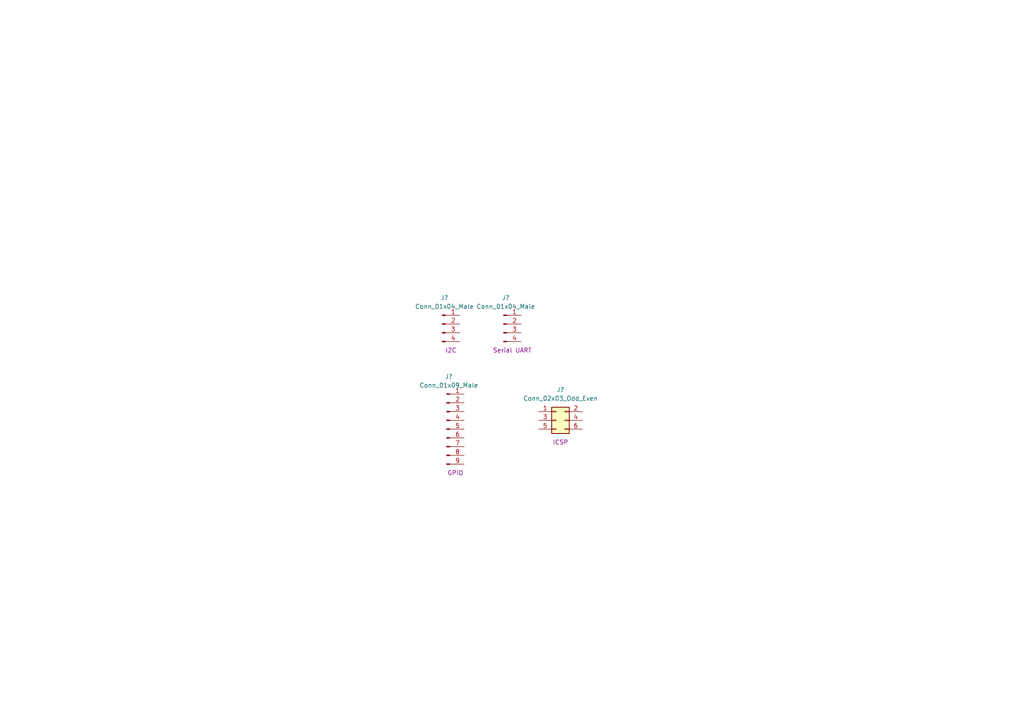
<source format=kicad_sch>
(kicad_sch (version 20211123) (generator eeschema)
  (paper "A4")
  (lib_symbols
    (symbol "Connector:Conn_01x04_Male" (pin_names (offset 1.016) hide)
      (property "Reference" "J" (at 0 5.08 0))
      (property "Value" "Conn_01x04_Male" (at 0 -7.62 0))
      (symbol "Conn_01x04_Male_1_1"
        (polyline (pts (xy 1.27 -5.08) (xy 0.8636 -5.08)) (stroke (width 0.1524)))
        (polyline (pts (xy 1.27 -2.54) (xy 0.8636 -2.54)) (stroke (width 0.1524)))
        (polyline (pts (xy 1.27 0) (xy 0.8636 0)) (stroke (width 0.1524)))
        (polyline (pts (xy 1.27 2.54) (xy 0.8636 2.54)) (stroke (width 0.1524)))
        (rectangle (start 0.8636 -4.953) (end 0 -5.207) (stroke (width 0.1524)) (fill (type outline)))
        (rectangle (start 0.8636 -2.413) (end 0 -2.667) (stroke (width 0.1524)) (fill (type outline)))
        (rectangle (start 0.8636 0.127) (end 0 -0.127) (stroke (width 0.1524)) (fill (type outline)))
        (rectangle (start 0.8636 2.667) (end 0 2.413) (stroke (width 0.1524)) (fill (type outline)))
        (pin passive line (at 5.08 2.54 180) (length 3.81) (name "Pin_1") (number "1"))
        (pin passive line (at 5.08 0 180) (length 3.81) (name "Pin_2") (number "2"))
        (pin passive line (at 5.08 -2.54 180) (length 3.81) (name "Pin_3") (number "3"))
        (pin passive line (at 5.08 -5.08 180) (length 3.81) (name "Pin_4") (number "4"))
      )
    )
    (symbol "Connector:Conn_01x09_Male" (pin_names (offset 1.016) hide)
      (property "Reference" "J" (at 0 12.7 0))
      (property "Value" "Conn_01x09_Male" (at 0 -12.7 0))
      (symbol "Conn_01x09_Male_1_1"
        (polyline (pts (xy 1.27 -10.16) (xy 0.8636 -10.16)) (stroke (width 0.1524)))
        (polyline (pts (xy 1.27 -7.62) (xy 0.8636 -7.62)) (stroke (width 0.1524)))
        (polyline (pts (xy 1.27 -5.08) (xy 0.8636 -5.08)) (stroke (width 0.1524)))
        (polyline (pts (xy 1.27 -2.54) (xy 0.8636 -2.54)) (stroke (width 0.1524)))
        (polyline (pts (xy 1.27 0) (xy 0.8636 0)) (stroke (width 0.1524)))
        (polyline (pts (xy 1.27 2.54) (xy 0.8636 2.54)) (stroke (width 0.1524)))
        (polyline (pts (xy 1.27 5.08) (xy 0.8636 5.08)) (stroke (width 0.1524)))
        (polyline (pts (xy 1.27 7.62) (xy 0.8636 7.62)) (stroke (width 0.1524)))
        (polyline (pts (xy 1.27 10.16) (xy 0.8636 10.16)) (stroke (width 0.1524)))
        (rectangle (start 0.8636 -10.033) (end 0 -10.287) (stroke (width 0.1524)) (fill (type outline)))
        (rectangle (start 0.8636 -7.493) (end 0 -7.747) (stroke (width 0.1524)) (fill (type outline)))
        (rectangle (start 0.8636 -4.953) (end 0 -5.207) (stroke (width 0.1524)) (fill (type outline)))
        (rectangle (start 0.8636 -2.413) (end 0 -2.667) (stroke (width 0.1524)) (fill (type outline)))
        (rectangle (start 0.8636 0.127) (end 0 -0.127) (stroke (width 0.1524)) (fill (type outline)))
        (rectangle (start 0.8636 2.667) (end 0 2.413) (stroke (width 0.1524)) (fill (type outline)))
        (rectangle (start 0.8636 5.207) (end 0 4.953) (stroke (width 0.1524)) (fill (type outline)))
        (rectangle (start 0.8636 7.747) (end 0 7.493) (stroke (width 0.1524)) (fill (type outline)))
        (rectangle (start 0.8636 10.287) (end 0 10.033) (stroke (width 0.1524)) (fill (type outline)))
        (pin passive line (at 5.08 10.16 180) (length 3.81) (name "Pin_1") (number "1"))
        (pin passive line (at 5.08 7.62 180) (length 3.81) (name "Pin_2") (number "2"))
        (pin passive line (at 5.08 5.08 180) (length 3.81) (name "Pin_3") (number "3"))
        (pin passive line (at 5.08 2.54 180) (length 3.81) (name "Pin_4") (number "4"))
        (pin passive line (at 5.08 0 180) (length 3.81) (name "Pin_5") (number "5"))
        (pin passive line (at 5.08 -2.54 180) (length 3.81) (name "Pin_6") (number "6"))
        (pin passive line (at 5.08 -5.08 180) (length 3.81) (name "Pin_7") (number "7"))
        (pin passive line (at 5.08 -7.62 180) (length 3.81) (name "Pin_8") (number "8"))
        (pin passive line (at 5.08 -10.16 180) (length 3.81) (name "Pin_9") (number "9"))
      )
    )
    (symbol "Connector_Generic:Conn_02x03_Odd_Even" (pin_names (offset 1.016) hide)
      (property "Reference" "J" (at 1.27 5.08 0))
      (property "Value" "Conn_02x03_Odd_Even" (at 1.27 -5.08 0))
      (symbol "Conn_02x03_Odd_Even_1_1"
        (rectangle (start -1.27 -2.413) (end 0 -2.667) (stroke (width 0.1524)))
        (rectangle (start -1.27 0.127) (end 0 -0.127) (stroke (width 0.1524)))
        (rectangle (start -1.27 2.667) (end 0 2.413) (stroke (width 0.1524)))
        (rectangle (start -1.27 3.81) (end 3.81 -3.81) (stroke (width 0.254)) (fill (type background)))
        (rectangle (start 3.81 -2.413) (end 2.54 -2.667) (stroke (width 0.1524)))
        (rectangle (start 3.81 0.127) (end 2.54 -0.127) (stroke (width 0.1524)))
        (rectangle (start 3.81 2.667) (end 2.54 2.413) (stroke (width 0.1524)))
        (pin passive line (at -5.08 2.54 0) (length 3.81) (name "Pin_1") (number "1"))
        (pin passive line (at 7.62 2.54 180) (length 3.81) (name "Pin_2") (number "2"))
        (pin passive line (at -5.08 0 0) (length 3.81) (name "Pin_3") (number "3"))
        (pin passive line (at 7.62 0 180) (length 3.81) (name "Pin_4") (number "4"))
        (pin passive line (at -5.08 -2.54 0) (length 3.81) (name "Pin_5") (number "5"))
        (pin passive line (at 7.62 -2.54 180) (length 3.81) (name "Pin_6") (number "6"))
      )
    )
  )
  (symbol (lib_id "Connector_Generic:Conn_02x03_Odd_Even") (at 161.29 121.92 0) (unit 1)
    (property "Reference" "J?" (at 162.56 113.03 0))
    (property "Value" "Conn_02x03_Odd_Even" (at 162.56 115.57 0))
    (property "Purpose" "ICSP" (at 162.56 128.27 0))
  )
  (symbol (lib_id "Connector:Conn_01x09_Male") (at 129.54 124.46 0) (unit 1)
    (property "Reference" "J?" (at 130.175 109.22 0))
    (property "Value" "Conn_01x09_Male" (at 130.175 111.76 0))
    (property "Purpose" "GPIO" (at 132.08 137.16 0))
  )
  (symbol (lib_id "Connector:Conn_01x04_Male") (at 128.27 93.98 0) (unit 1)
    (property "Reference" "J?" (at 128.905 86.36 0))
    (property "Value" "Conn_01x04_Male" (at 128.905 88.9 0))
    (property "Purpose" "I2C" (at 130.81 101.6 0))
  )
  (symbol (lib_id "Connector:Conn_01x04_Male") (at 146.05 93.98 0) (unit 1)
    (property "Reference" "J?" (at 146.685 86.36 0))
    (property "Value" "Conn_01x04_Male" (at 146.685 88.9 0))
    (property "Purpose" "Serial UART" (at 148.59 101.6 0))
  )
)
</source>
